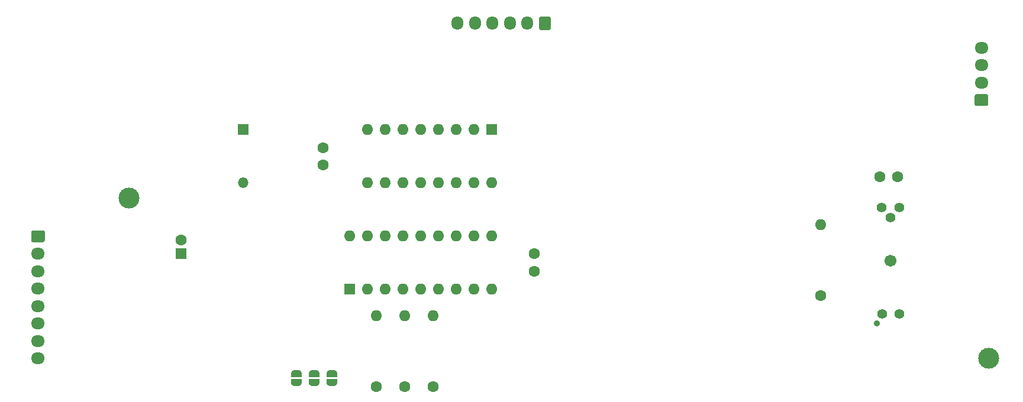
<source format=gbr>
%TF.GenerationSoftware,KiCad,Pcbnew,5.1.10-88a1d61d58~88~ubuntu20.04.1*%
%TF.CreationDate,2021-05-13T16:29:57+02:00*%
%TF.ProjectId,anna_elsa_reel_pcb,616e6e61-5f65-46c7-9361-5f7265656c5f,rev?*%
%TF.SameCoordinates,Original*%
%TF.FileFunction,Soldermask,Top*%
%TF.FilePolarity,Negative*%
%FSLAX46Y46*%
G04 Gerber Fmt 4.6, Leading zero omitted, Abs format (unit mm)*
G04 Created by KiCad (PCBNEW 5.1.10-88a1d61d58~88~ubuntu20.04.1) date 2021-05-13 16:29:57*
%MOMM*%
%LPD*%
G01*
G04 APERTURE LIST*
%ADD10O,1.500000X1.500000*%
%ADD11R,1.500000X1.500000*%
%ADD12C,1.600000*%
%ADD13R,1.600000X1.600000*%
%ADD14C,0.100000*%
%ADD15O,1.600000X1.600000*%
%ADD16C,0.901700*%
%ADD17C,1.701800*%
%ADD18C,1.409700*%
%ADD19O,1.950000X1.700000*%
%ADD20O,1.700000X1.950000*%
%ADD21C,3.000000*%
G04 APERTURE END LIST*
D10*
%TO.C,D1*%
X86360000Y-69850000D03*
D11*
X86360000Y-62230000D03*
%TD*%
D12*
%TO.C,C3*%
X77470000Y-78010000D03*
D13*
X77470000Y-80010000D03*
%TD*%
D12*
%TO.C,C4*%
X97790000Y-67310000D03*
X97790000Y-64810000D03*
%TD*%
D14*
%TO.C,JP3*%
G36*
X93230602Y-97140000D02*
G01*
X93230602Y-97115466D01*
X93235412Y-97066635D01*
X93244984Y-97018510D01*
X93259228Y-96971555D01*
X93278005Y-96926222D01*
X93301136Y-96882949D01*
X93328396Y-96842150D01*
X93359524Y-96804221D01*
X93394221Y-96769524D01*
X93432150Y-96738396D01*
X93472949Y-96711136D01*
X93516222Y-96688005D01*
X93561555Y-96669228D01*
X93608510Y-96654984D01*
X93656635Y-96645412D01*
X93705466Y-96640602D01*
X93730000Y-96640602D01*
X93730000Y-96640000D01*
X94230000Y-96640000D01*
X94230000Y-96640602D01*
X94254534Y-96640602D01*
X94303365Y-96645412D01*
X94351490Y-96654984D01*
X94398445Y-96669228D01*
X94443778Y-96688005D01*
X94487051Y-96711136D01*
X94527850Y-96738396D01*
X94565779Y-96769524D01*
X94600476Y-96804221D01*
X94631604Y-96842150D01*
X94658864Y-96882949D01*
X94681995Y-96926222D01*
X94700772Y-96971555D01*
X94715016Y-97018510D01*
X94724588Y-97066635D01*
X94729398Y-97115466D01*
X94729398Y-97140000D01*
X94730000Y-97140000D01*
X94730000Y-97640000D01*
X93230000Y-97640000D01*
X93230000Y-97140000D01*
X93230602Y-97140000D01*
G37*
G36*
X94730000Y-97940000D02*
G01*
X94730000Y-98440000D01*
X94729398Y-98440000D01*
X94729398Y-98464534D01*
X94724588Y-98513365D01*
X94715016Y-98561490D01*
X94700772Y-98608445D01*
X94681995Y-98653778D01*
X94658864Y-98697051D01*
X94631604Y-98737850D01*
X94600476Y-98775779D01*
X94565779Y-98810476D01*
X94527850Y-98841604D01*
X94487051Y-98868864D01*
X94443778Y-98891995D01*
X94398445Y-98910772D01*
X94351490Y-98925016D01*
X94303365Y-98934588D01*
X94254534Y-98939398D01*
X94230000Y-98939398D01*
X94230000Y-98940000D01*
X93730000Y-98940000D01*
X93730000Y-98939398D01*
X93705466Y-98939398D01*
X93656635Y-98934588D01*
X93608510Y-98925016D01*
X93561555Y-98910772D01*
X93516222Y-98891995D01*
X93472949Y-98868864D01*
X93432150Y-98841604D01*
X93394221Y-98810476D01*
X93359524Y-98775779D01*
X93328396Y-98737850D01*
X93301136Y-98697051D01*
X93278005Y-98653778D01*
X93259228Y-98608445D01*
X93244984Y-98561490D01*
X93235412Y-98513365D01*
X93230602Y-98464534D01*
X93230602Y-98440000D01*
X93230000Y-98440000D01*
X93230000Y-97940000D01*
X94730000Y-97940000D01*
G37*
%TD*%
%TO.C,JP2*%
G36*
X95770602Y-97140000D02*
G01*
X95770602Y-97115466D01*
X95775412Y-97066635D01*
X95784984Y-97018510D01*
X95799228Y-96971555D01*
X95818005Y-96926222D01*
X95841136Y-96882949D01*
X95868396Y-96842150D01*
X95899524Y-96804221D01*
X95934221Y-96769524D01*
X95972150Y-96738396D01*
X96012949Y-96711136D01*
X96056222Y-96688005D01*
X96101555Y-96669228D01*
X96148510Y-96654984D01*
X96196635Y-96645412D01*
X96245466Y-96640602D01*
X96270000Y-96640602D01*
X96270000Y-96640000D01*
X96770000Y-96640000D01*
X96770000Y-96640602D01*
X96794534Y-96640602D01*
X96843365Y-96645412D01*
X96891490Y-96654984D01*
X96938445Y-96669228D01*
X96983778Y-96688005D01*
X97027051Y-96711136D01*
X97067850Y-96738396D01*
X97105779Y-96769524D01*
X97140476Y-96804221D01*
X97171604Y-96842150D01*
X97198864Y-96882949D01*
X97221995Y-96926222D01*
X97240772Y-96971555D01*
X97255016Y-97018510D01*
X97264588Y-97066635D01*
X97269398Y-97115466D01*
X97269398Y-97140000D01*
X97270000Y-97140000D01*
X97270000Y-97640000D01*
X95770000Y-97640000D01*
X95770000Y-97140000D01*
X95770602Y-97140000D01*
G37*
G36*
X97270000Y-97940000D02*
G01*
X97270000Y-98440000D01*
X97269398Y-98440000D01*
X97269398Y-98464534D01*
X97264588Y-98513365D01*
X97255016Y-98561490D01*
X97240772Y-98608445D01*
X97221995Y-98653778D01*
X97198864Y-98697051D01*
X97171604Y-98737850D01*
X97140476Y-98775779D01*
X97105779Y-98810476D01*
X97067850Y-98841604D01*
X97027051Y-98868864D01*
X96983778Y-98891995D01*
X96938445Y-98910772D01*
X96891490Y-98925016D01*
X96843365Y-98934588D01*
X96794534Y-98939398D01*
X96770000Y-98939398D01*
X96770000Y-98940000D01*
X96270000Y-98940000D01*
X96270000Y-98939398D01*
X96245466Y-98939398D01*
X96196635Y-98934588D01*
X96148510Y-98925016D01*
X96101555Y-98910772D01*
X96056222Y-98891995D01*
X96012949Y-98868864D01*
X95972150Y-98841604D01*
X95934221Y-98810476D01*
X95899524Y-98775779D01*
X95868396Y-98737850D01*
X95841136Y-98697051D01*
X95818005Y-98653778D01*
X95799228Y-98608445D01*
X95784984Y-98561490D01*
X95775412Y-98513365D01*
X95770602Y-98464534D01*
X95770602Y-98440000D01*
X95770000Y-98440000D01*
X95770000Y-97940000D01*
X97270000Y-97940000D01*
G37*
%TD*%
%TO.C,JP1*%
G36*
X98310602Y-97140000D02*
G01*
X98310602Y-97115466D01*
X98315412Y-97066635D01*
X98324984Y-97018510D01*
X98339228Y-96971555D01*
X98358005Y-96926222D01*
X98381136Y-96882949D01*
X98408396Y-96842150D01*
X98439524Y-96804221D01*
X98474221Y-96769524D01*
X98512150Y-96738396D01*
X98552949Y-96711136D01*
X98596222Y-96688005D01*
X98641555Y-96669228D01*
X98688510Y-96654984D01*
X98736635Y-96645412D01*
X98785466Y-96640602D01*
X98810000Y-96640602D01*
X98810000Y-96640000D01*
X99310000Y-96640000D01*
X99310000Y-96640602D01*
X99334534Y-96640602D01*
X99383365Y-96645412D01*
X99431490Y-96654984D01*
X99478445Y-96669228D01*
X99523778Y-96688005D01*
X99567051Y-96711136D01*
X99607850Y-96738396D01*
X99645779Y-96769524D01*
X99680476Y-96804221D01*
X99711604Y-96842150D01*
X99738864Y-96882949D01*
X99761995Y-96926222D01*
X99780772Y-96971555D01*
X99795016Y-97018510D01*
X99804588Y-97066635D01*
X99809398Y-97115466D01*
X99809398Y-97140000D01*
X99810000Y-97140000D01*
X99810000Y-97640000D01*
X98310000Y-97640000D01*
X98310000Y-97140000D01*
X98310602Y-97140000D01*
G37*
G36*
X99810000Y-97940000D02*
G01*
X99810000Y-98440000D01*
X99809398Y-98440000D01*
X99809398Y-98464534D01*
X99804588Y-98513365D01*
X99795016Y-98561490D01*
X99780772Y-98608445D01*
X99761995Y-98653778D01*
X99738864Y-98697051D01*
X99711604Y-98737850D01*
X99680476Y-98775779D01*
X99645779Y-98810476D01*
X99607850Y-98841604D01*
X99567051Y-98868864D01*
X99523778Y-98891995D01*
X99478445Y-98910772D01*
X99431490Y-98925016D01*
X99383365Y-98934588D01*
X99334534Y-98939398D01*
X99310000Y-98939398D01*
X99310000Y-98940000D01*
X98810000Y-98940000D01*
X98810000Y-98939398D01*
X98785466Y-98939398D01*
X98736635Y-98934588D01*
X98688510Y-98925016D01*
X98641555Y-98910772D01*
X98596222Y-98891995D01*
X98552949Y-98868864D01*
X98512150Y-98841604D01*
X98474221Y-98810476D01*
X98439524Y-98775779D01*
X98408396Y-98737850D01*
X98381136Y-98697051D01*
X98358005Y-98653778D01*
X98339228Y-98608445D01*
X98324984Y-98561490D01*
X98315412Y-98513365D01*
X98310602Y-98464534D01*
X98310602Y-98440000D01*
X98310000Y-98440000D01*
X98310000Y-97940000D01*
X99810000Y-97940000D01*
G37*
%TD*%
D15*
%TO.C,R4*%
X113510000Y-88900000D03*
D12*
X113510000Y-99060000D03*
%TD*%
D15*
%TO.C,R3*%
X109460000Y-88900000D03*
D12*
X109460000Y-99060000D03*
%TD*%
D15*
%TO.C,R2*%
X105410000Y-88900000D03*
D12*
X105410000Y-99060000D03*
%TD*%
D15*
%TO.C,U1*%
X121920000Y-69850000D03*
X104140000Y-62230000D03*
X119380000Y-69850000D03*
X106680000Y-62230000D03*
X116840000Y-69850000D03*
X109220000Y-62230000D03*
X114300000Y-69850000D03*
X111760000Y-62230000D03*
X111760000Y-69850000D03*
X114300000Y-62230000D03*
X109220000Y-69850000D03*
X116840000Y-62230000D03*
X106680000Y-69850000D03*
X119380000Y-62230000D03*
X104140000Y-69850000D03*
D13*
X121920000Y-62230000D03*
%TD*%
D12*
%TO.C,C2*%
X177500000Y-69000000D03*
X180000000Y-69000000D03*
%TD*%
D15*
%TO.C,R1*%
X169000000Y-75840000D03*
D12*
X169000000Y-86000000D03*
%TD*%
%TO.C,C1*%
X128000000Y-82510000D03*
X128000000Y-80010000D03*
%TD*%
D16*
%TO.C,U3*%
X177001020Y-89948420D03*
D17*
X179000000Y-81000000D03*
D18*
X177730000Y-73380000D03*
X179000000Y-74850660D03*
X180297940Y-73400320D03*
X180270000Y-88620000D03*
X177760480Y-88599680D03*
%TD*%
D15*
%TO.C,U2*%
X101600000Y-77470000D03*
X121920000Y-85090000D03*
X104140000Y-77470000D03*
X119380000Y-85090000D03*
X106680000Y-77470000D03*
X116840000Y-85090000D03*
X109220000Y-77470000D03*
X114300000Y-85090000D03*
X111760000Y-77470000D03*
X111760000Y-85090000D03*
X114300000Y-77470000D03*
X109220000Y-85090000D03*
X116840000Y-77470000D03*
X106680000Y-85090000D03*
X119380000Y-77470000D03*
X104140000Y-85090000D03*
X121920000Y-77470000D03*
D13*
X101600000Y-85090000D03*
%TD*%
D19*
%TO.C,J3*%
X57000000Y-95000000D03*
X57000000Y-92500000D03*
X57000000Y-90000000D03*
X57000000Y-87500000D03*
X57000000Y-85000000D03*
X57000000Y-82500000D03*
X57000000Y-80000000D03*
G36*
G01*
X56275000Y-76650000D02*
X57725000Y-76650000D01*
G75*
G02*
X57975000Y-76900000I0J-250000D01*
G01*
X57975000Y-78100000D01*
G75*
G02*
X57725000Y-78350000I-250000J0D01*
G01*
X56275000Y-78350000D01*
G75*
G02*
X56025000Y-78100000I0J250000D01*
G01*
X56025000Y-76900000D01*
G75*
G02*
X56275000Y-76650000I250000J0D01*
G01*
G37*
%TD*%
D20*
%TO.C,J2*%
X117040000Y-47000000D03*
X119540000Y-47000000D03*
X122040000Y-47000000D03*
X124540000Y-47000000D03*
X127040000Y-47000000D03*
G36*
G01*
X130390000Y-46275000D02*
X130390000Y-47725000D01*
G75*
G02*
X130140000Y-47975000I-250000J0D01*
G01*
X128940000Y-47975000D01*
G75*
G02*
X128690000Y-47725000I0J250000D01*
G01*
X128690000Y-46275000D01*
G75*
G02*
X128940000Y-46025000I250000J0D01*
G01*
X130140000Y-46025000D01*
G75*
G02*
X130390000Y-46275000I0J-250000D01*
G01*
G37*
%TD*%
D19*
%TO.C,J1*%
X192000000Y-50500000D03*
X192000000Y-53000000D03*
X192000000Y-55500000D03*
G36*
G01*
X192725000Y-58850000D02*
X191275000Y-58850000D01*
G75*
G02*
X191025000Y-58600000I0J250000D01*
G01*
X191025000Y-57400000D01*
G75*
G02*
X191275000Y-57150000I250000J0D01*
G01*
X192725000Y-57150000D01*
G75*
G02*
X192975000Y-57400000I0J-250000D01*
G01*
X192975000Y-58600000D01*
G75*
G02*
X192725000Y-58850000I-250000J0D01*
G01*
G37*
%TD*%
D21*
%TO.C,H2*%
X193000000Y-95000000D03*
%TD*%
%TO.C,H1*%
X70000000Y-72000000D03*
%TD*%
M02*

</source>
